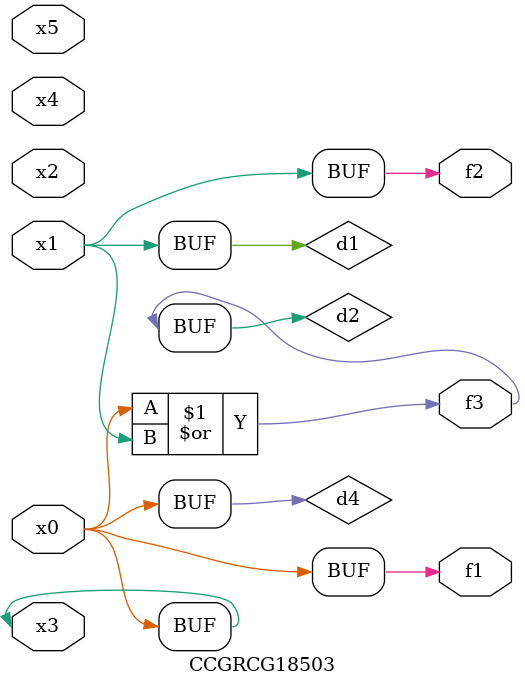
<source format=v>
module CCGRCG18503(
	input x0, x1, x2, x3, x4, x5,
	output f1, f2, f3
);

	wire d1, d2, d3, d4;

	and (d1, x1);
	or (d2, x0, x1);
	nand (d3, x0, x5);
	buf (d4, x0, x3);
	assign f1 = d4;
	assign f2 = d1;
	assign f3 = d2;
endmodule

</source>
